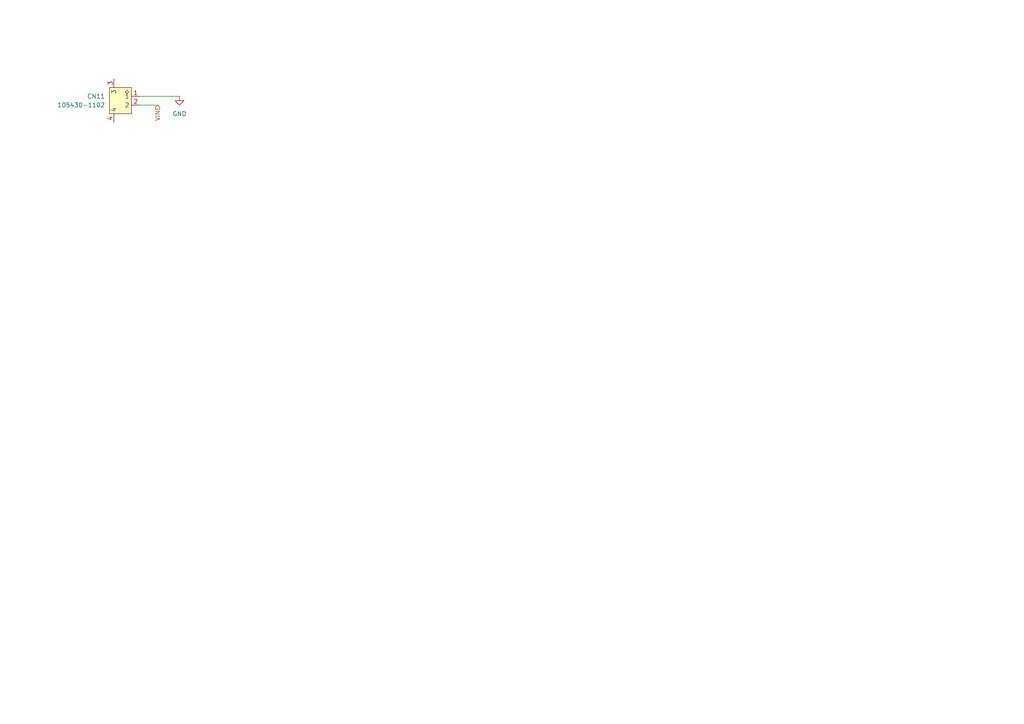
<source format=kicad_sch>
(kicad_sch (version 20250114) (generator "eeschema") (generator_version "9.0")
  (paper "A4")
  (lib_symbols
    (symbol "easyeda2kicad:105430-1102"
      (property "Reference" "CN" (at 0 11.43 0))
      (property "Value" "105430-1102" (at 0 -11.43 0))
      (symbol "105430-1102_0_1"
        (rectangle (start -5.08 3.81) (end 1.27 -3.81) (fill (type background)))
        (circle (center 0 2.54) (radius 0.38))
        (pin unspecified line (at -3.81 6.35 270) (length 2.54) (name "3") (number "3"))
        (pin unspecified line (at -3.81 -6.35 90) (length 2.54) (name "4") (number "4"))
        (pin unspecified line (at 3.81 1.27 180) (length 2.54) (name "1") (number "1"))
        (pin unspecified line (at 3.81 -1.27 180) (length 2.54) (name "2") (number "2"))
      )
    )
    (symbol "power:GND" (power) (pin_numbers (hide yes)) (pin_names (offset 0) (hide yes))
      (property "Value" "GND" (at 0 -3.81 0))
      (symbol "GND_0_1"
        (polyline (pts (xy 0 0) (xy 0 -1.27) (xy 1.27 -1.27) (xy 0 -2.54) (xy -1.27 -1.27) (xy 0 -1.27)))
      )
      (symbol "GND_1_1"
        (pin power_in line (at 0 0 270) (length 0) (name "~") (number "1"))
      )
    )
  )
  (wire (pts (xy 40.64 27.94) (xy 52.07 27.94)))
  (wire (pts (xy 40.64 30.48) (xy 45.72 30.48)))
  (hierarchical_label "VIN" (shape input) (at 45.72 30.48 270))
  (symbol (lib_id "power:GND") (at 52.07 27.94 0) (unit 1)
    (property "Reference" "#PWR020" (effects (hide yes)))
    (property "Value" "GND" (at 52.07 33.02 0))
    (property "Description" "Power symbol creates a global label with name \"GND\" , ground" (effects (hide yes)))
  )
  (symbol (lib_id "easyeda2kicad:105430-1102") (at 36.83 29.21 0) (unit 1)
    (property "Reference" "CN11" (at 30.48 27.9399 0) (effects (justify right)))
    (property "Value" "105430-1102" (at 30.48 30.4799 0) (effects (justify right)))
    (property "Footprint" "easyeda2kicad:CONN-SMD_2P-P2.54_105430-1102" (effects (hide yes)))
    (property "LCSC Part" "C2976139" (effects (hide yes)))
    (instances (project "strip_connection" (path "" (reference "CN11") (unit 1)) (path "" (reference "CN7") (unit 1))))
  )
)
</source>
